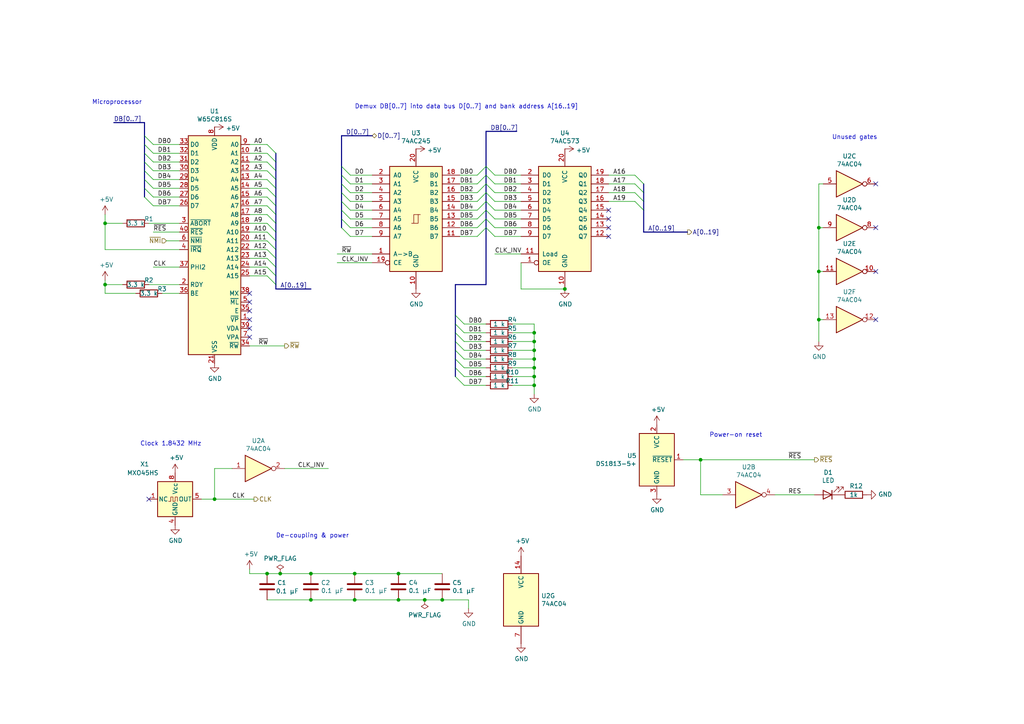
<source format=kicad_sch>
(kicad_sch (version 20211123) (generator eeschema)
  (paper "A4")
  (lib_symbols
    (symbol "Device:C" (pin_numbers hide) (pin_names (offset 0.254))
      (property "Reference" "C" (at 0.635 2.54 0))
      (property "Value" "C" (at 0.635 -2.54 0))
      (symbol "C_0_1"
        (polyline (pts (xy -2.032 -0.762) (xy 2.032 -0.762)) (stroke (width 0.508)))
        (polyline (pts (xy -2.032 0.762) (xy 2.032 0.762)) (stroke (width 0.508)))
      )
      (symbol "C_1_1"
        (pin passive line (at 0 3.81 270) (length 2.794) (name "~") (number "1"))
        (pin passive line (at 0 -3.81 90) (length 2.794) (name "~") (number "2"))
      )
    )
    (symbol "Device:LED" (pin_numbers hide) (pin_names (offset 1.016) hide)
      (property "Reference" "D" (at 0 2.54 0))
      (property "Value" "LED" (at 0 -2.54 0))
      (symbol "LED_0_1"
        (polyline (pts (xy -1.27 -1.27) (xy -1.27 1.27)) (stroke (width 0.254)))
        (polyline (pts (xy -1.27 0) (xy 1.27 0)))
        (polyline (pts (xy 1.27 -1.27) (xy 1.27 1.27) (xy -1.27 0) (xy 1.27 -1.27)) (stroke (width 0.254)))
        (polyline (pts (xy -3.048 -0.762) (xy -4.572 -2.286) (xy -3.81 -2.286) (xy -4.572 -2.286) (xy -4.572 -1.524)))
        (polyline (pts (xy -1.778 -0.762) (xy -3.302 -2.286) (xy -2.54 -2.286) (xy -3.302 -2.286) (xy -3.302 -1.524)))
      )
      (symbol "LED_1_1"
        (pin passive line (at -3.81 0 0) (length 2.54) (name "K") (number "1"))
        (pin passive line (at 3.81 0 180) (length 2.54) (name "A") (number "2"))
      )
    )
    (symbol "Device:R" (pin_numbers hide) (pin_names (offset 0))
      (property "Reference" "R" (at 2.032 0 90))
      (property "Value" "R" (at 0 0 90))
      (symbol "R_0_1"
        (rectangle (start -1.016 -2.54) (end 1.016 2.54) (stroke (width 0.254)))
      )
      (symbol "R_1_1"
        (pin passive line (at 0 3.81 270) (length 1.27) (name "~") (number "1"))
        (pin passive line (at 0 -3.81 90) (length 1.27) (name "~") (number "2"))
      )
    )
    (symbol "power:+5V" (power) (pin_names (offset 0))
      (property "Value" "+5V" (at 0 3.556 0))
      (symbol "+5V_0_1"
        (polyline (pts (xy -0.762 1.27) (xy 0 2.54)))
        (polyline (pts (xy 0 0) (xy 0 2.54)))
        (polyline (pts (xy 0 2.54) (xy 0.762 1.27)))
      )
      (symbol "+5V_1_1"
        (pin power_in line (at 0 0 90) (length 0) hide (name "+5V") (number "1"))
      )
    )
    (symbol "power:GND" (power) (pin_names (offset 0))
      (property "Value" "GND" (at 0 -3.81 0))
      (symbol "GND_0_1"
        (polyline (pts (xy 0 0) (xy 0 -1.27) (xy 1.27 -1.27) (xy 0 -2.54) (xy -1.27 -1.27) (xy 0 -1.27)))
      )
      (symbol "GND_1_1"
        (pin power_in line (at 0 0 270) (length 0) hide (name "GND") (number "1"))
      )
    )
    (symbol "power:PWR_FLAG" (power) (pin_numbers hide) (pin_names (offset 0) hide)
      (property "Value" "PWR_FLAG" (at 0 3.81 0))
      (symbol "PWR_FLAG_0_0"
        (pin power_out line (at 0 0 90) (length 0) (name "pwr") (number "1"))
      )
      (symbol "PWR_FLAG_0_1"
        (polyline (pts (xy 0 0) (xy 0 1.27) (xy -1.016 1.905) (xy 0 2.54) (xy 1.016 1.905) (xy 0 1.27)))
      )
    )
    (symbol "project:74AC04"
      (property "Reference" "U" (at 0 1.27 0))
      (property "Value" "74AC04" (at 0 -1.27 0))
      (symbol "74AC04_1_0"
        (polyline (pts (xy -3.81 3.81) (xy -3.81 -3.81) (xy 3.81 0) (xy -3.81 3.81)) (stroke (width 0.254)) (fill (type background)))
        (pin input line (at -7.62 0 0) (length 3.81) (name "~") (number "1"))
        (pin output inverted (at 7.62 0 180) (length 3.81) (name "~") (number "2"))
      )
      (symbol "74AC04_2_0"
        (polyline (pts (xy -3.81 3.81) (xy -3.81 -3.81) (xy 3.81 0) (xy -3.81 3.81)) (stroke (width 0.254)) (fill (type background)))
        (pin input line (at -7.62 0 0) (length 3.81) (name "~") (number "3"))
        (pin output inverted (at 7.62 0 180) (length 3.81) (name "~") (number "4"))
      )
      (symbol "74AC04_3_0"
        (polyline (pts (xy -3.81 3.81) (xy -3.81 -3.81) (xy 3.81 0) (xy -3.81 3.81)) (stroke (width 0.254)) (fill (type background)))
        (pin input line (at -7.62 0 0) (length 3.81) (name "~") (number "5"))
        (pin output inverted (at 7.62 0 180) (length 3.81) (name "~") (number "6"))
      )
      (symbol "74AC04_4_0"
        (polyline (pts (xy -3.81 3.81) (xy -3.81 -3.81) (xy 3.81 0) (xy -3.81 3.81)) (stroke (width 0.254)) (fill (type background)))
        (pin output inverted (at 7.62 0 180) (length 3.81) (name "~") (number "8"))
        (pin input line (at -7.62 0 0) (length 3.81) (name "~") (number "9"))
      )
      (symbol "74AC04_5_0"
        (polyline (pts (xy -3.81 3.81) (xy -3.81 -3.81) (xy 3.81 0) (xy -3.81 3.81)) (stroke (width 0.254)) (fill (type background)))
        (pin output inverted (at 7.62 0 180) (length 3.81) (name "~") (number "10"))
        (pin input line (at -7.62 0 0) (length 3.81) (name "~") (number "11"))
      )
      (symbol "74AC04_6_0"
        (polyline (pts (xy -3.81 3.81) (xy -3.81 -3.81) (xy 3.81 0) (xy -3.81 3.81)) (stroke (width 0.254)) (fill (type background)))
        (pin output inverted (at 7.62 0 180) (length 3.81) (name "~") (number "12"))
        (pin input line (at -7.62 0 0) (length 3.81) (name "~") (number "13"))
      )
      (symbol "74AC04_7_0"
        (pin power_in line (at 0 12.7 270) (length 5.08) (name "VCC") (number "14"))
        (pin power_in line (at 0 -12.7 90) (length 5.08) (name "GND") (number "7"))
      )
      (symbol "74AC04_7_1"
        (rectangle (start -5.08 7.62) (end 5.08 -7.62) (stroke (width 0.254)) (fill (type background)))
      )
    )
    (symbol "project:74AC245" (pin_names (offset 1.016))
      (property "Reference" "U" (at -7.62 16.51 0))
      (property "Value" "74AC245" (at -7.62 -16.51 0))
      (symbol "74AC245_1_0"
        (polyline (pts (xy -0.635 -1.27) (xy -0.635 1.27) (xy 0.635 1.27)))
        (polyline (pts (xy -1.27 -1.27) (xy 0.635 -1.27) (xy 0.635 1.27) (xy 1.27 1.27)))
        (pin input line (at -12.7 -10.16 0) (length 5.08) (name "A->B") (number "1"))
        (pin power_in line (at 0 -20.32 90) (length 5.08) (name "GND") (number "10"))
        (pin tri_state line (at 12.7 -5.08 180) (length 5.08) (name "B7") (number "11"))
        (pin tri_state line (at 12.7 -2.54 180) (length 5.08) (name "B6") (number "12"))
        (pin tri_state line (at 12.7 0 180) (length 5.08) (name "B5") (number "13"))
        (pin tri_state line (at 12.7 2.54 180) (length 5.08) (name "B4") (number "14"))
        (pin tri_state line (at 12.7 5.08 180) (length 5.08) (name "B3") (number "15"))
        (pin tri_state line (at 12.7 7.62 180) (length 5.08) (name "B2") (number "16"))
        (pin tri_state line (at 12.7 10.16 180) (length 5.08) (name "B1") (number "17"))
        (pin tri_state line (at 12.7 12.7 180) (length 5.08) (name "B0") (number "18"))
        (pin input inverted (at -12.7 -12.7 0) (length 5.08) (name "CE") (number "19"))
        (pin tri_state line (at -12.7 12.7 0) (length 5.08) (name "A0") (number "2"))
        (pin power_in line (at 0 20.32 270) (length 5.08) (name "VCC") (number "20"))
        (pin tri_state line (at -12.7 10.16 0) (length 5.08) (name "A1") (number "3"))
        (pin tri_state line (at -12.7 7.62 0) (length 5.08) (name "A2") (number "4"))
        (pin tri_state line (at -12.7 5.08 0) (length 5.08) (name "A3") (number "5"))
        (pin tri_state line (at -12.7 2.54 0) (length 5.08) (name "A4") (number "6"))
        (pin tri_state line (at -12.7 0 0) (length 5.08) (name "A5") (number "7"))
        (pin tri_state line (at -12.7 -2.54 0) (length 5.08) (name "A6") (number "8"))
        (pin tri_state line (at -12.7 -5.08 0) (length 5.08) (name "A7") (number "9"))
      )
      (symbol "74AC245_1_1"
        (rectangle (start -7.62 15.24) (end 7.62 -15.24) (stroke (width 0.254)) (fill (type background)))
      )
    )
    (symbol "project:74AC573" (pin_names (offset 1.016))
      (property "Reference" "U" (at -7.62 16.51 0))
      (property "Value" "74AC573" (at -7.62 -16.51 0))
      (symbol "74AC573_1_0"
        (pin input inverted (at -12.7 -12.7 0) (length 5.08) (name "OE") (number "1"))
        (pin power_in line (at 0 -20.32 90) (length 5.08) (name "GND") (number "10"))
        (pin input line (at -12.7 -10.16 0) (length 5.08) (name "Load") (number "11"))
        (pin tri_state line (at 12.7 -5.08 180) (length 5.08) (name "Q7") (number "12"))
        (pin tri_state line (at 12.7 -2.54 180) (length 5.08) (name "Q6") (number "13"))
        (pin tri_state line (at 12.7 0 180) (length 5.08) (name "Q5") (number "14"))
        (pin tri_state line (at 12.7 2.54 180) (length 5.08) (name "Q4") (number "15"))
        (pin tri_state line (at 12.7 5.08 180) (length 5.08) (name "Q3") (number "16"))
        (pin tri_state line (at 12.7 7.62 180) (length 5.08) (name "Q2") (number "17"))
        (pin tri_state line (at 12.7 10.16 180) (length 5.08) (name "Q1") (number "18"))
        (pin tri_state line (at 12.7 12.7 180) (length 5.08) (name "Q0") (number "19"))
        (pin input line (at -12.7 12.7 0) (length 5.08) (name "D0") (number "2"))
        (pin power_in line (at 0 20.32 270) (length 5.08) (name "VCC") (number "20"))
        (pin input line (at -12.7 10.16 0) (length 5.08) (name "D1") (number "3"))
        (pin input line (at -12.7 7.62 0) (length 5.08) (name "D2") (number "4"))
        (pin input line (at -12.7 5.08 0) (length 5.08) (name "D3") (number "5"))
        (pin input line (at -12.7 2.54 0) (length 5.08) (name "D4") (number "6"))
        (pin input line (at -12.7 0 0) (length 5.08) (name "D5") (number "7"))
        (pin input line (at -12.7 -2.54 0) (length 5.08) (name "D6") (number "8"))
        (pin input line (at -12.7 -5.08 0) (length 5.08) (name "D7") (number "9"))
      )
      (symbol "74AC573_1_1"
        (rectangle (start -7.62 15.24) (end 7.62 -15.24) (stroke (width 0.254)) (fill (type background)))
      )
    )
    (symbol "project:DS1813-5+"
      (property "Reference" "U" (at 2.54 12.7 0))
      (property "Value" "DS1813-5+" (at 5.08 10.16 0))
      (symbol "DS1813-5+_0_1"
        (rectangle (start 5.08 7.62) (end -5.08 -7.62) (stroke (width 0.254)) (fill (type background)))
      )
      (symbol "DS1813-5+_1_1"
        (pin output line (at 7.62 0 180) (length 2.54) (name "~{RESET}") (number "1"))
        (pin power_in line (at 0 10.16 270) (length 2.54) (name "VCC") (number "2"))
        (pin power_in line (at 0 -10.16 90) (length 2.54) (name "GND") (number "3"))
      )
    )
    (symbol "project:MXO45HS" (pin_names (offset 0.254))
      (property "Reference" "X" (at -5.08 6.35 0))
      (property "Value" "MXO45HS" (at 1.27 -6.35 0))
      (symbol "MXO45HS_0_1"
        (rectangle (start -5.08 5.08) (end 5.08 -5.08) (stroke (width 0.254)) (fill (type background)))
        (polyline (pts (xy -1.905 -0.635) (xy -1.27 -0.635) (xy -1.27 0.635) (xy -0.635 0.635) (xy -0.635 -0.635) (xy 0 -0.635) (xy 0 0.635) (xy 0.635 0.635) (xy 0.635 -0.635)))
      )
      (symbol "MXO45HS_1_1"
        (pin input line (at -7.62 0 0) (length 2.54) (name "NC") (number "1"))
        (pin power_in line (at 0 -7.62 90) (length 2.54) (name "GND") (number "4"))
        (pin output line (at 7.62 0 180) (length 2.54) (name "OUT") (number "5"))
        (pin power_in line (at 0 7.62 270) (length 2.54) (name "Vcc") (number "8"))
      )
    )
    (symbol "project:W65C816S"
      (property "Reference" "U" (at -7.62 31.75 0))
      (property "Value" "W65C816S" (at 2.54 -35.56 0))
      (symbol "W65C816S_0_0"
        (pin output line (at 10.16 -22.86 180) (length 2.54) (name "~{VP}") (number "1"))
        (pin bidirectional line (at -10.16 -12.7 0) (length 2.54) (name "RDY") (number "2"))
        (pin output line (at 10.16 -10.16 180) (length 2.54) (name "A15") (number "25"))
        (pin input line (at -10.16 5.08 0) (length 2.54) (name "~{ABORT}") (number "3"))
        (pin input line (at -10.16 -7.62 0) (length 2.54) (name "PHI2") (number "37"))
        (pin output line (at 10.16 -15.24 180) (length 2.54) (name "MX") (number "38"))
        (pin output line (at 10.16 -25.4 180) (length 2.54) (name "VDA") (number "39"))
        (pin input line (at -10.16 -2.54 0) (length 2.54) (name "~{IRQ}") (number "4"))
        (pin input line (at -10.16 2.54 0) (length 2.54) (name "~{RES}") (number "40"))
        (pin output line (at 10.16 -17.78 180) (length 2.54) (name "~{ML}") (number "5"))
        (pin input line (at -10.16 0 0) (length 2.54) (name "~{NMI}") (number "6"))
        (pin output line (at 10.16 -27.94 180) (length 2.54) (name "VPA") (number "7"))
      )
      (symbol "W65C816S_0_1"
        (rectangle (start -7.62 30.48) (end 7.62 -33.02) (stroke (width 0.254)) (fill (type background)))
      )
      (symbol "W65C816S_1_1"
        (pin output line (at 10.16 25.4 180) (length 2.54) (name "A1") (number "10"))
        (pin output line (at 10.16 22.86 180) (length 2.54) (name "A2") (number "11"))
        (pin output line (at 10.16 20.32 180) (length 2.54) (name "A3") (number "12"))
        (pin output line (at 10.16 17.78 180) (length 2.54) (name "A4") (number "13"))
        (pin output line (at 10.16 15.24 180) (length 2.54) (name "A5") (number "14"))
        (pin output line (at 10.16 12.7 180) (length 2.54) (name "A6") (number "15"))
        (pin output line (at 10.16 10.16 180) (length 2.54) (name "A7") (number "16"))
        (pin output line (at 10.16 7.62 180) (length 2.54) (name "A8") (number "17"))
        (pin output line (at 10.16 5.08 180) (length 2.54) (name "A9") (number "18"))
        (pin output line (at 10.16 2.54 180) (length 2.54) (name "A10") (number "19"))
        (pin output line (at 10.16 0 180) (length 2.54) (name "A11") (number "20"))
        (pin power_in line (at 0 -35.56 90) (length 2.54) (name "VSS") (number "21"))
        (pin output line (at 10.16 -2.54 180) (length 2.54) (name "A12") (number "22"))
        (pin output line (at 10.16 -5.08 180) (length 2.54) (name "A13") (number "23"))
        (pin output line (at 10.16 -7.62 180) (length 2.54) (name "A14") (number "24"))
        (pin tri_state line (at -10.16 10.16 0) (length 2.54) (name "D7") (number "26"))
        (pin tri_state line (at -10.16 12.7 0) (length 2.54) (name "D6") (number "27"))
        (pin tri_state line (at -10.16 15.24 0) (length 2.54) (name "D5") (number "28"))
        (pin tri_state line (at -10.16 17.78 0) (length 2.54) (name "D4") (number "29"))
        (pin tri_state line (at -10.16 20.32 0) (length 2.54) (name "D3") (number "30"))
        (pin tri_state line (at -10.16 22.86 0) (length 2.54) (name "D2") (number "31"))
        (pin tri_state line (at -10.16 25.4 0) (length 2.54) (name "D1") (number "32"))
        (pin tri_state line (at -10.16 27.94 0) (length 2.54) (name "D0") (number "33"))
        (pin output line (at 10.16 -30.48 180) (length 2.54) (name "~{RW}") (number "34"))
        (pin output line (at 10.16 -20.32 180) (length 2.54) (name "E") (number "35"))
        (pin input line (at -10.16 -15.24 0) (length 2.54) (name "BE") (number "36"))
        (pin power_in line (at 0 33.02 270) (length 2.54) (name "VDD") (number "8"))
        (pin output line (at 10.16 27.94 180) (length 2.54) (name "A0") (number "9"))
      )
    )
  )
  (junction (at 154.94 96.52))
  (junction (at 154.94 111.76))
  (junction (at 237.49 92.71))
  (junction (at 115.57 166.37))
  (junction (at 81.28 166.37))
  (junction (at 154.94 101.6))
  (junction (at 237.49 66.04))
  (junction (at 154.94 106.68))
  (junction (at 30.48 64.77))
  (junction (at 77.47 166.37))
  (junction (at 30.48 82.55))
  (junction (at 90.17 166.37))
  (junction (at 203.2 133.35))
  (junction (at 115.57 173.99))
  (junction (at 62.23 144.78))
  (junction (at 123.19 173.99))
  (junction (at 154.94 109.22))
  (junction (at 102.87 173.99))
  (junction (at 237.49 78.74))
  (junction (at 90.17 173.99))
  (junction (at 102.87 166.37))
  (junction (at 163.83 83.82))
  (junction (at 154.94 99.06))
  (junction (at 154.94 104.14))
  (junction (at 128.27 173.99))
  (no_connect (at 176.53 68.58))
  (no_connect (at 72.39 87.63))
  (no_connect (at 72.39 90.17))
  (no_connect (at 72.39 92.71))
  (no_connect (at 254 66.04))
  (no_connect (at 72.39 97.79))
  (no_connect (at 176.53 66.04))
  (no_connect (at 254 53.34))
  (no_connect (at 254 78.74))
  (no_connect (at 254 92.71))
  (no_connect (at 176.53 63.5))
  (no_connect (at 72.39 95.25))
  (no_connect (at 72.39 85.09))
  (no_connect (at 176.53 60.96))
  (no_connect (at 43.18 144.78))
  (bus_entry (at 132.08 106.68) (size 2.54 2.54))
  (bus_entry (at 132.08 99.06) (size 2.54 2.54))
  (bus_entry (at 77.47 46.99) (size 2.54 2.54))
  (bus_entry (at 138.43 60.96) (size 2.54 -2.54))
  (bus_entry (at 99.06 63.5) (size 2.54 2.54))
  (bus_entry (at 77.47 44.45) (size 2.54 2.54))
  (bus_entry (at 77.47 80.01) (size 2.54 2.54))
  (bus_entry (at 99.06 66.04) (size 2.54 2.54))
  (bus_entry (at 77.47 52.07) (size 2.54 2.54))
  (bus_entry (at 99.06 48.26) (size 2.54 2.54))
  (bus_entry (at 132.08 101.6) (size 2.54 2.54))
  (bus_entry (at 77.47 59.69) (size 2.54 2.54))
  (bus_entry (at 140.97 53.34) (size 2.54 2.54))
  (bus_entry (at 132.08 93.98) (size 2.54 2.54))
  (bus_entry (at 140.97 63.5) (size 2.54 2.54))
  (bus_entry (at 184.15 50.8) (size 2.54 2.54))
  (bus_entry (at 132.08 91.44) (size 2.54 2.54))
  (bus_entry (at 77.47 57.15) (size 2.54 2.54))
  (bus_entry (at 132.08 109.22) (size 2.54 2.54))
  (bus_entry (at 41.91 57.15) (size 2.54 2.54))
  (bus_entry (at 41.91 52.07) (size 2.54 2.54))
  (bus_entry (at 77.47 74.93) (size 2.54 2.54))
  (bus_entry (at 138.43 55.88) (size 2.54 -2.54))
  (bus_entry (at 138.43 53.34) (size 2.54 -2.54))
  (bus_entry (at 140.97 48.26) (size 2.54 2.54))
  (bus_entry (at 138.43 63.5) (size 2.54 -2.54))
  (bus_entry (at 99.06 53.34) (size 2.54 2.54))
  (bus_entry (at 184.15 53.34) (size 2.54 2.54))
  (bus_entry (at 132.08 96.52) (size 2.54 2.54))
  (bus_entry (at 77.47 72.39) (size 2.54 2.54))
  (bus_entry (at 99.06 60.96) (size 2.54 2.54))
  (bus_entry (at 138.43 66.04) (size 2.54 -2.54))
  (bus_entry (at 41.91 39.37) (size 2.54 2.54))
  (bus_entry (at 140.97 55.88) (size 2.54 2.54))
  (bus_entry (at 77.47 62.23) (size 2.54 2.54))
  (bus_entry (at 132.08 104.14) (size 2.54 2.54))
  (bus_entry (at 41.91 44.45) (size 2.54 2.54))
  (bus_entry (at 77.47 49.53) (size 2.54 2.54))
  (bus_entry (at 41.91 46.99) (size 2.54 2.54))
  (bus_entry (at 184.15 58.42) (size 2.54 2.54))
  (bus_entry (at 184.15 55.88) (size 2.54 2.54))
  (bus_entry (at 77.47 64.77) (size 2.54 2.54))
  (bus_entry (at 140.97 60.96) (size 2.54 2.54))
  (bus_entry (at 77.47 54.61) (size 2.54 2.54))
  (bus_entry (at 140.97 58.42) (size 2.54 2.54))
  (bus_entry (at 77.47 69.85) (size 2.54 2.54))
  (bus_entry (at 77.47 77.47) (size 2.54 2.54))
  (bus_entry (at 77.47 41.91) (size 2.54 2.54))
  (bus_entry (at 138.43 50.8) (size 2.54 -2.54))
  (bus_entry (at 41.91 49.53) (size 2.54 2.54))
  (bus_entry (at 140.97 66.04) (size 2.54 2.54))
  (bus_entry (at 99.06 58.42) (size 2.54 2.54))
  (bus_entry (at 99.06 55.88) (size 2.54 2.54))
  (bus_entry (at 41.91 54.61) (size 2.54 2.54))
  (bus_entry (at 99.06 50.8) (size 2.54 2.54))
  (bus_entry (at 41.91 41.91) (size 2.54 2.54))
  (bus_entry (at 138.43 68.58) (size 2.54 -2.54))
  (bus_entry (at 138.43 58.42) (size 2.54 -2.54))
  (bus_entry (at 140.97 50.8) (size 2.54 2.54))
  (bus_entry (at 77.47 67.31) (size 2.54 2.54))
  (wire (pts (xy 176.53 55.88) (xy 184.15 55.88)))
  (wire (pts (xy 77.47 166.37) (xy 72.39 166.37)))
  (wire (pts (xy 82.55 135.89) (xy 95.25 135.89)))
  (wire (pts (xy 44.45 41.91) (xy 52.07 41.91)))
  (wire (pts (xy 154.94 104.14) (xy 154.94 106.68)))
  (bus (pts (xy 99.06 39.37) (xy 107.95 39.37)))
  (bus (pts (xy 80.01 44.45) (xy 80.01 46.99)))
  (wire (pts (xy 134.62 101.6) (xy 140.97 101.6)))
  (wire (pts (xy 133.35 60.96) (xy 138.43 60.96)))
  (wire (pts (xy 44.45 52.07) (xy 52.07 52.07)))
  (wire (pts (xy 72.39 57.15) (xy 77.47 57.15)))
  (wire (pts (xy 30.48 62.23) (xy 30.48 64.77)))
  (wire (pts (xy 151.13 83.82) (xy 163.83 83.82)))
  (wire (pts (xy 148.59 96.52) (xy 154.94 96.52)))
  (wire (pts (xy 72.39 67.31) (xy 77.47 67.31)))
  (bus (pts (xy 132.08 104.14) (xy 132.08 106.68)))
  (wire (pts (xy 237.49 66.04) (xy 238.76 66.04)))
  (wire (pts (xy 128.27 173.99) (xy 135.89 173.99)))
  (bus (pts (xy 140.97 63.5) (xy 140.97 66.04)))
  (wire (pts (xy 237.49 92.71) (xy 238.76 92.71)))
  (wire (pts (xy 81.28 166.37) (xy 77.47 166.37)))
  (bus (pts (xy 140.97 82.55) (xy 132.08 82.55)))
  (wire (pts (xy 72.39 100.33) (xy 82.55 100.33)))
  (wire (pts (xy 134.62 99.06) (xy 140.97 99.06)))
  (wire (pts (xy 203.2 143.51) (xy 209.55 143.51)))
  (wire (pts (xy 44.45 59.69) (xy 52.07 59.69)))
  (bus (pts (xy 132.08 101.6) (xy 132.08 104.14)))
  (wire (pts (xy 72.39 52.07) (xy 77.47 52.07)))
  (wire (pts (xy 148.59 104.14) (xy 154.94 104.14)))
  (wire (pts (xy 237.49 78.74) (xy 237.49 66.04)))
  (wire (pts (xy 115.57 173.99) (xy 123.19 173.99)))
  (wire (pts (xy 176.53 50.8) (xy 184.15 50.8)))
  (bus (pts (xy 80.01 74.93) (xy 80.01 77.47)))
  (bus (pts (xy 80.01 52.07) (xy 80.01 54.61)))
  (bus (pts (xy 132.08 93.98) (xy 132.08 96.52)))
  (wire (pts (xy 135.89 173.99) (xy 135.89 176.53)))
  (wire (pts (xy 48.26 69.85) (xy 52.07 69.85)))
  (wire (pts (xy 62.23 144.78) (xy 62.23 135.89)))
  (bus (pts (xy 99.06 48.26) (xy 99.06 50.8)))
  (wire (pts (xy 72.39 44.45) (xy 77.47 44.45)))
  (wire (pts (xy 134.62 111.76) (xy 140.97 111.76)))
  (bus (pts (xy 132.08 99.06) (xy 132.08 101.6)))
  (wire (pts (xy 102.87 173.99) (xy 115.57 173.99)))
  (wire (pts (xy 224.79 143.51) (xy 236.22 143.51)))
  (wire (pts (xy 237.49 78.74) (xy 238.76 78.74)))
  (bus (pts (xy 41.91 39.37) (xy 41.91 41.91)))
  (wire (pts (xy 44.45 44.45) (xy 52.07 44.45)))
  (bus (pts (xy 186.69 58.42) (xy 186.69 60.96)))
  (bus (pts (xy 80.01 69.85) (xy 80.01 72.39)))
  (wire (pts (xy 72.39 80.01) (xy 77.47 80.01)))
  (wire (pts (xy 133.35 66.04) (xy 138.43 66.04)))
  (bus (pts (xy 140.97 50.8) (xy 140.97 53.34)))
  (bus (pts (xy 80.01 83.82) (xy 90.17 83.82)))
  (bus (pts (xy 132.08 106.68) (xy 132.08 109.22)))
  (wire (pts (xy 30.48 82.55) (xy 35.56 82.55)))
  (wire (pts (xy 72.39 59.69) (xy 77.47 59.69)))
  (wire (pts (xy 154.94 106.68) (xy 154.94 109.22)))
  (wire (pts (xy 151.13 76.2) (xy 151.13 83.82)))
  (wire (pts (xy 237.49 92.71) (xy 237.49 78.74)))
  (wire (pts (xy 143.51 55.88) (xy 151.13 55.88)))
  (wire (pts (xy 77.47 173.99) (xy 90.17 173.99)))
  (wire (pts (xy 58.42 144.78) (xy 62.23 144.78)))
  (bus (pts (xy 99.06 50.8) (xy 99.06 53.34)))
  (wire (pts (xy 101.6 50.8) (xy 107.95 50.8)))
  (bus (pts (xy 140.97 53.34) (xy 140.97 55.88)))
  (wire (pts (xy 115.57 166.37) (xy 102.87 166.37)))
  (bus (pts (xy 99.06 63.5) (xy 99.06 66.04)))
  (wire (pts (xy 43.18 64.77) (xy 52.07 64.77)))
  (wire (pts (xy 237.49 66.04) (xy 237.49 53.34)))
  (bus (pts (xy 140.97 48.26) (xy 140.97 50.8)))
  (wire (pts (xy 134.62 104.14) (xy 140.97 104.14)))
  (bus (pts (xy 41.91 35.56) (xy 41.91 39.37)))
  (wire (pts (xy 101.6 60.96) (xy 107.95 60.96)))
  (wire (pts (xy 143.51 66.04) (xy 151.13 66.04)))
  (wire (pts (xy 203.2 133.35) (xy 236.22 133.35)))
  (wire (pts (xy 44.45 54.61) (xy 52.07 54.61)))
  (bus (pts (xy 140.97 66.04) (xy 140.97 82.55)))
  (wire (pts (xy 134.62 93.98) (xy 140.97 93.98)))
  (wire (pts (xy 44.45 49.53) (xy 52.07 49.53)))
  (wire (pts (xy 72.39 72.39) (xy 77.47 72.39)))
  (wire (pts (xy 72.39 64.77) (xy 77.47 64.77)))
  (wire (pts (xy 52.07 72.39) (xy 30.48 72.39)))
  (bus (pts (xy 132.08 82.55) (xy 132.08 91.44)))
  (wire (pts (xy 198.12 133.35) (xy 203.2 133.35)))
  (wire (pts (xy 115.57 166.37) (xy 128.27 166.37)))
  (wire (pts (xy 237.49 99.06) (xy 237.49 92.71)))
  (bus (pts (xy 99.06 55.88) (xy 99.06 58.42)))
  (bus (pts (xy 80.01 49.53) (xy 80.01 52.07)))
  (bus (pts (xy 80.01 54.61) (xy 80.01 57.15)))
  (wire (pts (xy 148.59 99.06) (xy 154.94 99.06)))
  (bus (pts (xy 80.01 72.39) (xy 80.01 74.93)))
  (bus (pts (xy 41.91 46.99) (xy 41.91 49.53)))
  (wire (pts (xy 72.39 49.53) (xy 77.47 49.53)))
  (wire (pts (xy 143.51 58.42) (xy 151.13 58.42)))
  (bus (pts (xy 132.08 96.52) (xy 132.08 99.06)))
  (wire (pts (xy 134.62 96.52) (xy 140.97 96.52)))
  (bus (pts (xy 80.01 57.15) (xy 80.01 59.69)))
  (wire (pts (xy 44.45 46.99) (xy 52.07 46.99)))
  (wire (pts (xy 148.59 111.76) (xy 154.94 111.76)))
  (wire (pts (xy 133.35 50.8) (xy 138.43 50.8)))
  (wire (pts (xy 203.2 133.35) (xy 203.2 143.51)))
  (wire (pts (xy 176.53 58.42) (xy 184.15 58.42)))
  (bus (pts (xy 80.01 64.77) (xy 80.01 67.31)))
  (bus (pts (xy 41.91 49.53) (xy 41.91 52.07)))
  (wire (pts (xy 143.51 60.96) (xy 151.13 60.96)))
  (wire (pts (xy 143.51 53.34) (xy 151.13 53.34)))
  (wire (pts (xy 101.6 66.04) (xy 107.95 66.04)))
  (wire (pts (xy 30.48 64.77) (xy 30.48 72.39)))
  (wire (pts (xy 72.39 46.99) (xy 77.47 46.99)))
  (wire (pts (xy 72.39 69.85) (xy 77.47 69.85)))
  (wire (pts (xy 133.35 58.42) (xy 138.43 58.42)))
  (wire (pts (xy 72.39 62.23) (xy 77.47 62.23)))
  (wire (pts (xy 97.79 73.66) (xy 107.95 73.66)))
  (wire (pts (xy 133.35 55.88) (xy 138.43 55.88)))
  (bus (pts (xy 99.06 39.37) (xy 99.06 48.26)))
  (wire (pts (xy 72.39 41.91) (xy 77.47 41.91)))
  (bus (pts (xy 80.01 46.99) (xy 80.01 49.53)))
  (wire (pts (xy 154.94 99.06) (xy 154.94 101.6)))
  (bus (pts (xy 132.08 91.44) (xy 132.08 93.98)))
  (wire (pts (xy 237.49 53.34) (xy 238.76 53.34)))
  (wire (pts (xy 101.6 53.34) (xy 107.95 53.34)))
  (wire (pts (xy 123.19 173.99) (xy 128.27 173.99)))
  (wire (pts (xy 154.94 96.52) (xy 154.94 99.06)))
  (wire (pts (xy 148.59 93.98) (xy 154.94 93.98)))
  (bus (pts (xy 140.97 38.1) (xy 149.86 38.1)))
  (bus (pts (xy 80.01 82.55) (xy 80.01 83.82)))
  (wire (pts (xy 154.94 101.6) (xy 154.94 104.14)))
  (wire (pts (xy 148.59 106.68) (xy 154.94 106.68)))
  (bus (pts (xy 140.97 55.88) (xy 140.97 58.42)))
  (bus (pts (xy 186.69 55.88) (xy 186.69 58.42)))
  (bus (pts (xy 80.01 62.23) (xy 80.01 64.77)))
  (wire (pts (xy 133.35 68.58) (xy 138.43 68.58)))
  (wire (pts (xy 143.51 68.58) (xy 151.13 68.58)))
  (bus (pts (xy 186.69 67.31) (xy 199.39 67.31)))
  (bus (pts (xy 41.91 44.45) (xy 41.91 46.99)))
  (wire (pts (xy 101.6 63.5) (xy 107.95 63.5)))
  (bus (pts (xy 80.01 80.01) (xy 80.01 82.55)))
  (bus (pts (xy 41.91 52.07) (xy 41.91 54.61)))
  (bus (pts (xy 186.69 60.96) (xy 186.69 67.31)))
  (wire (pts (xy 43.18 82.55) (xy 52.07 82.55)))
  (bus (pts (xy 99.06 53.34) (xy 99.06 55.88)))
  (bus (pts (xy 80.01 59.69) (xy 80.01 62.23)))
  (wire (pts (xy 62.23 135.89) (xy 67.31 135.89)))
  (wire (pts (xy 44.45 67.31) (xy 52.07 67.31)))
  (wire (pts (xy 133.35 63.5) (xy 138.43 63.5)))
  (bus (pts (xy 80.01 77.47) (xy 80.01 80.01)))
  (wire (pts (xy 176.53 53.34) (xy 184.15 53.34)))
  (wire (pts (xy 134.62 109.22) (xy 140.97 109.22)))
  (bus (pts (xy 99.06 58.42) (xy 99.06 60.96)))
  (wire (pts (xy 30.48 85.09) (xy 39.37 85.09)))
  (wire (pts (xy 148.59 101.6) (xy 154.94 101.6)))
  (wire (pts (xy 44.45 77.47) (xy 52.07 77.47)))
  (bus (pts (xy 41.91 54.61) (xy 41.91 57.15)))
  (wire (pts (xy 97.79 76.2) (xy 107.95 76.2)))
  (wire (pts (xy 154.94 111.76) (xy 154.94 114.3)))
  (wire (pts (xy 143.51 63.5) (xy 151.13 63.5)))
  (wire (pts (xy 154.94 93.98) (xy 154.94 96.52)))
  (bus (pts (xy 140.97 58.42) (xy 140.97 60.96)))
  (wire (pts (xy 154.94 109.22) (xy 154.94 111.76)))
  (wire (pts (xy 30.48 64.77) (xy 35.56 64.77)))
  (wire (pts (xy 101.6 68.58) (xy 107.95 68.58)))
  (wire (pts (xy 134.62 106.68) (xy 140.97 106.68)))
  (bus (pts (xy 80.01 67.31) (xy 80.01 69.85)))
  (wire (pts (xy 72.39 77.47) (xy 77.47 77.47)))
  (wire (pts (xy 30.48 81.28) (xy 30.48 82.55)))
  (wire (pts (xy 30.48 82.55) (xy 30.48 85.09)))
  (wire (pts (xy 62.23 144.78) (xy 73.66 144.78)))
  (wire (pts (xy 101.6 58.42) (xy 107.95 58.42)))
  (wire (pts (xy 72.39 74.93) (xy 77.47 74.93)))
  (bus (pts (xy 140.97 38.1) (xy 140.97 48.26)))
  (bus (pts (xy 99.06 60.96) (xy 99.06 63.5)))
  (wire (pts (xy 90.17 166.37) (xy 102.87 166.37)))
  (wire (pts (xy 72.39 166.37) (xy 72.39 165.1)))
  (wire (pts (xy 143.51 50.8) (xy 151.13 50.8)))
  (wire (pts (xy 148.59 109.22) (xy 154.94 109.22)))
  (bus (pts (xy 140.97 60.96) (xy 140.97 63.5)))
  (wire (pts (xy 90.17 166.37) (xy 81.28 166.37)))
  (bus (pts (xy 186.69 53.34) (xy 186.69 55.88)))
  (wire (pts (xy 90.17 173.99) (xy 102.87 173.99)))
  (wire (pts (xy 46.99 85.09) (xy 52.07 85.09)))
  (wire (pts (xy 72.39 54.61) (xy 77.47 54.61)))
  (wire (pts (xy 101.6 55.88) (xy 107.95 55.88)))
  (bus (pts (xy 41.91 35.56) (xy 33.02 35.56)))
  (wire (pts (xy 133.35 53.34) (xy 138.43 53.34)))
  (bus (pts (xy 41.91 41.91) (xy 41.91 44.45)))
  (wire (pts (xy 44.45 57.15) (xy 52.07 57.15)))
  (wire (pts (xy 151.13 73.66) (xy 143.51 73.66)))
  (text "Microprocessor" (at 26.67 30.48 0) (effects (font (size 1.27 1.27)) (justify left bottom)))
  (text "Unused gates" (at 241.3 40.64 0) (effects (font (size 1.27 1.27)) (justify left bottom)))
  (text "Clock 1.8432 MHz" (at 40.64 129.54 0) (effects (font (size 1.27 1.27)) (justify left bottom)))
  (text "Demux DB[0..7] into data bus D[0..7] and bank address A[16..19]" (at 102.87 31.75 0) (effects (font (size 1.27 1.27)) (justify left bottom)))
  (text "De-coupling & power" (at 80.01 156.21 0) (effects (font (size 1.27 1.27)) (justify left bottom)))
  (text "Power-on reset" (at 205.74 127 0) (effects (font (size 1.27 1.27)) (justify left bottom)))
  (label "DB4" (at 45.72 52.07 0))
  (label "DB5" (at 45.72 54.61 0))
  (label "DB2" (at 146.05 55.88 0))
  (label "DB1" (at 146.05 53.34 0))
  (label "D2" (at 102.87 55.88 0))
  (label "DB6" (at 135.89 109.22 0))
  (label "D7" (at 102.87 68.58 0))
  (label "DB7" (at 135.89 111.76 0))
  (label "DB1" (at 135.89 96.52 0))
  (label "DB3" (at 45.72 49.53 0))
  (label "RES" (at 228.6 143.51 0))
  (label "~{RW}" (at 99.06 73.66 0))
  (label "D6" (at 102.87 66.04 0))
  (label "A10" (at 73.66 67.31 0))
  (label "CLK_INV" (at 143.51 73.66 0))
  (label "DB6" (at 146.05 66.04 0))
  (label "DB3" (at 135.89 101.6 0))
  (label "DB4" (at 146.05 60.96 0))
  (label "~{RW}" (at 74.93 100.33 0))
  (label "DB3" (at 133.35 58.42 0))
  (label "A1" (at 73.66 44.45 0))
  (label "D0" (at 102.87 50.8 0))
  (label "DB1" (at 45.72 44.45 0))
  (label "A9" (at 73.66 64.77 0))
  (label "A11" (at 73.66 69.85 0))
  (label "CLK" (at 44.45 77.47 0))
  (label "A14" (at 73.66 77.47 0))
  (label "A16" (at 177.8 50.8 0))
  (label "DB0" (at 45.72 41.91 0))
  (label "CLK" (at 67.31 144.78 0))
  (label "DB0" (at 135.89 93.98 0))
  (label "D1" (at 102.87 53.34 0))
  (label "A18" (at 177.8 55.88 0))
  (label "A4" (at 73.66 52.07 0))
  (label "A17" (at 177.8 53.34 0))
  (label "A8" (at 73.66 62.23 0))
  (label "DB3" (at 146.05 58.42 0))
  (label "DB[0..7]" (at 142.24 38.1 0))
  (label "D5" (at 102.87 63.5 0))
  (label "A7" (at 73.66 59.69 0))
  (label "DB0" (at 133.35 50.8 0))
  (label "A12" (at 73.66 72.39 0))
  (label "A6" (at 73.66 57.15 0))
  (label "DB5" (at 133.35 63.5 0))
  (label "DB4" (at 133.35 60.96 0))
  (label "D[0..7]" (at 100.33 39.37 0))
  (label "DB5" (at 135.89 106.68 0))
  (label "A0" (at 73.66 41.91 0))
  (label "DB7" (at 133.35 68.58 0))
  (label "A3" (at 73.66 49.53 0))
  (label "DB2" (at 45.72 46.99 0))
  (label "DB4" (at 135.89 104.14 0))
  (label "DB5" (at 146.05 63.5 0))
  (label "DB6" (at 45.72 57.15 0))
  (label "DB[0..7]" (at 33.02 35.56 0))
  (label "A13" (at 73.66 74.93 0))
  (label "DB7" (at 45.72 59.69 0))
  (label "DB6" (at 133.35 66.04 0))
  (label "CLK_INV" (at 86.36 135.89 0))
  (label "A2" (at 73.66 46.99 0))
  (label "~{RES}" (at 228.6 133.35 0))
  (label "A15" (at 73.66 80.01 0))
  (label "~{RES}" (at 44.45 67.31 0))
  (label "A5" (at 73.66 54.61 0))
  (label "DB0" (at 146.05 50.8 0))
  (label "A[0..19]" (at 81.28 83.82 0))
  (label "A19" (at 177.8 58.42 0))
  (label "A[0..19]" (at 187.96 67.31 0))
  (label "D4" (at 102.87 60.96 0))
  (label "DB1" (at 133.35 53.34 0))
  (label "DB2" (at 135.89 99.06 0))
  (label "D3" (at 102.87 58.42 0))
  (label "DB7" (at 146.05 68.58 0))
  (label "CLK_INV" (at 99.06 76.2 0))
  (label "DB2" (at 133.35 55.88 0))
  (hierarchical_label "~{NMI}" (shape input) (at 48.26 69.85 180))
  (hierarchical_label "~{RES}" (shape output) (at 236.22 133.35 0))
  (hierarchical_label "CLK" (shape output) (at 73.66 144.78 0))
  (hierarchical_label "A[0..19]" (shape output) (at 199.39 67.31 0))
  (hierarchical_label "D[0..7]" (shape tri_state) (at 107.95 39.37 0))
  (hierarchical_label "~{RW}" (shape output) (at 82.55 100.33 0))
  (symbol (lib_id "project:W65C816S") (at 62.23 69.85 0) (unit 1)
    (property "Reference" "U1" (at 62.23 32.2326 0))
    (property "Value" "W65C816S" (at 62.23 34.544 0))
    (property "Footprint" "Package_DIP:DIP-40_W15.24mm" (effects hide))
  )
  (symbol (lib_id "project:74AC245") (at 120.65 63.5 0) (unit 1)
    (property "Reference" "U3" (at 120.65 38.5826 0))
    (property "Value" "74AC245" (at 120.65 40.894 0))
    (property "Datasheet" "http://www.ti.com/lit/gpn/sn74LS245" (effects hide))
  )
  (symbol (lib_id "project:74AC573") (at 163.83 63.5 0) (unit 1)
    (property "Reference" "U4" (at 163.83 38.5826 0))
    (property "Value" "74AC573" (at 163.83 40.894 0))
    (property "Datasheet" "74xx/74hc573.pdf" (effects hide))
  )
  (symbol (lib_id "project:MXO45HS") (at 50.8 144.78 0) (unit 1)
    (property "Reference" "X1" (at 40.64 134.62 0) (effects (justify left)))
    (property "Value" "MXO45HS" (at 36.83 137.16 0) (effects (justify left)))
    (property "Footprint" "Oscillator:Oscillator_DIP-8" (effects hide))
    (property "Datasheet" "http://cdn-reichelt.de/documents/datenblatt/B400/OSZI.pdf" (effects hide))
  )
  (symbol (lib_id "project:DS1813-5+") (at 190.5 133.35 0) (unit 1)
    (property "Reference" "U5" (at 184.658 132.1816 0) (effects (justify right)))
    (property "Value" "DS1813-5+" (at 184.658 134.493 0) (effects (justify right)))
    (property "Footprint" "Package_TO_SOT_SMD:SOT-23" (effects hide))
    (property "Datasheet" "http://www.ti.com/lit/ds/symlink/lm809.pdf" (effects hide))
  )
  (symbol (lib_id "project:74AC04") (at 74.93 135.89 0) (unit 1)
    (property "Reference" "U2" (at 74.93 127.8382 0))
    (property "Value" "74AC04" (at 74.93 130.1496 0))
    (property "Datasheet" "http://www.ti.com/lit/gpn/sn74LS04" (effects hide))
  )
  (symbol (lib_id "power:GND") (at 62.23 105.41 0) (unit 1)
    (property "Reference" "#PWR06" (effects hide))
    (property "Value" "GND" (at 62.357 109.8042 0))
  )
  (symbol (lib_id "power:+5V") (at 62.23 36.83 270) (unit 1)
    (property "Reference" "#PWR05" (effects hide))
    (property "Value" "+5V" (at 65.4812 37.211 90) (effects (justify left)))
  )
  (symbol (lib_id "power:PWR_FLAG") (at 81.28 166.37 0) (unit 1)
    (property "Reference" "#FLG01" (effects hide))
    (property "Value" "PWR_FLAG" (at 81.28 161.9758 0))
  )
  (symbol (lib_id "power:+5V") (at 50.8 137.16 0) (unit 1)
    (property "Reference" "#PWR03" (effects hide))
    (property "Value" "+5V" (at 51.181 132.7658 0))
  )
  (symbol (lib_id "power:GND") (at 50.8 152.4 0) (unit 1)
    (property "Reference" "#PWR04" (effects hide))
    (property "Value" "GND" (at 50.927 156.7942 0))
  )
  (symbol (lib_id "power:GND") (at 190.5 143.51 0) (unit 1)
    (property "Reference" "#PWR017" (effects hide))
    (property "Value" "GND" (at 190.627 147.9042 0))
  )
  (symbol (lib_id "power:GND") (at 163.83 83.82 0) (unit 1)
    (property "Reference" "#PWR015" (effects hide))
    (property "Value" "GND" (at 163.957 88.2142 0))
  )
  (symbol (lib_id "power:GND") (at 120.65 83.82 0) (unit 1)
    (property "Reference" "#PWR09" (effects hide))
    (property "Value" "GND" (at 120.777 88.2142 0))
  )
  (symbol (lib_id "power:+5V") (at 120.65 43.18 270) (unit 1)
    (property "Reference" "#PWR08" (effects hide))
    (property "Value" "+5V" (at 123.9012 43.561 90) (effects (justify left)))
  )
  (symbol (lib_id "power:+5V") (at 163.83 43.18 270) (unit 1)
    (property "Reference" "#PWR014" (effects hide))
    (property "Value" "+5V" (at 167.0812 43.561 90) (effects (justify left)))
  )
  (symbol (lib_id "power:+5V") (at 190.5 123.19 0) (unit 1)
    (property "Reference" "#PWR016" (effects hide))
    (property "Value" "+5V" (at 190.881 118.7958 0))
  )
  (symbol (lib_id "Device:R") (at 43.18 85.09 270) (unit 1)
    (property "Reference" "R3" (at 46.99 83.82 90))
    (property "Value" "3.3 k" (at 43.18 85.09 90))
  )
  (symbol (lib_id "Device:R") (at 39.37 82.55 270) (unit 1)
    (property "Reference" "R2" (at 43.18 81.28 90))
    (property "Value" "3.3 k" (at 39.37 82.55 90))
  )
  (symbol (lib_id "Device:R") (at 39.37 64.77 270) (unit 1)
    (property "Reference" "R1" (at 43.18 63.5 90))
    (property "Value" "3.3 k" (at 39.37 64.77 90))
  )
  (symbol (lib_id "power:+5V") (at 30.48 62.23 0) (unit 1)
    (property "Reference" "#PWR01" (effects hide))
    (property "Value" "+5V" (at 30.861 57.8358 0))
  )
  (symbol (lib_id "power:+5V") (at 30.48 81.28 0) (unit 1)
    (property "Reference" "#PWR02" (effects hide))
    (property "Value" "+5V" (at 30.861 76.8858 0))
  )
  (symbol (lib_id "project:74AC04") (at 217.17 143.51 0) (unit 2)
    (property "Reference" "U2" (at 217.17 135.4582 0))
    (property "Value" "74AC04" (at 217.17 137.7696 0))
    (property "Datasheet" "http://www.ti.com/lit/gpn/sn74LS04" (effects hide))
  )
  (symbol (lib_id "project:74AC04") (at 151.13 173.99 0) (unit 7)
    (property "Reference" "U2" (at 156.972 172.8216 0) (effects (justify left)))
    (property "Value" "74AC04" (at 156.972 175.133 0) (effects (justify left)))
    (property "Datasheet" "http://www.ti.com/lit/gpn/sn74LS04" (effects hide))
  )
  (symbol (lib_id "power:PWR_FLAG") (at 123.19 173.99 180) (unit 1)
    (property "Reference" "#FLG0101" (effects hide))
    (property "Value" "PWR_FLAG" (at 123.19 178.3842 0))
  )
  (symbol (lib_id "project:74AC04") (at 246.38 53.34 0) (unit 3)
    (property "Reference" "U2" (at 246.38 45.2882 0))
    (property "Value" "74AC04" (at 246.38 47.5996 0))
    (property "Datasheet" "http://www.ti.com/lit/gpn/sn74LS04" (effects hide))
  )
  (symbol (lib_id "project:74AC04") (at 246.38 66.04 0) (unit 4)
    (property "Reference" "U2" (at 246.38 57.9882 0))
    (property "Value" "74AC04" (at 246.38 60.2996 0))
    (property "Datasheet" "http://www.ti.com/lit/gpn/sn74LS04" (effects hide))
  )
  (symbol (lib_id "project:74AC04") (at 246.38 78.74 0) (unit 5)
    (property "Reference" "U2" (at 246.38 70.6882 0))
    (property "Value" "74AC04" (at 246.38 72.9996 0))
    (property "Datasheet" "http://www.ti.com/lit/gpn/sn74LS04" (effects hide))
  )
  (symbol (lib_id "project:74AC04") (at 246.38 92.71 0) (unit 6)
    (property "Reference" "U2" (at 246.38 84.6582 0))
    (property "Value" "74AC04" (at 246.38 86.9696 0))
    (property "Datasheet" "http://www.ti.com/lit/gpn/sn74LS04" (effects hide))
  )
  (symbol (lib_id "power:GND") (at 237.49 99.06 0) (unit 1)
    (property "Reference" "#PWR018" (effects hide))
    (property "Value" "GND" (at 237.617 103.4542 0))
  )
  (symbol (lib_id "Device:LED") (at 240.03 143.51 180) (unit 1)
    (property "Reference" "D1" (at 240.2078 137.033 0))
    (property "Value" "LED" (at 240.2078 139.3444 0))
  )
  (symbol (lib_id "Device:R") (at 247.65 143.51 90) (unit 1)
    (property "Reference" "R12" (at 246.38 140.97 90) (effects (justify right)))
    (property "Value" "1k" (at 246.38 143.51 90) (effects (justify right)))
  )
  (symbol (lib_id "power:GND") (at 251.46 143.51 90) (unit 1)
    (property "Reference" "#PWR019" (effects hide))
    (property "Value" "GND" (at 254.7112 143.383 90) (effects (justify right)))
  )
  (symbol (lib_id "Device:C") (at 77.47 170.18 0) (unit 1)
    (property "Reference" "C1" (at 80.391 169.0116 0) (effects (justify left)))
    (property "Value" "0.1 µF" (at 80.01 171.45 0) (effects (justify left)))
  )
  (symbol (lib_id "Device:C") (at 90.17 170.18 0) (unit 1)
    (property "Reference" "C2" (at 93.091 169.0116 0) (effects (justify left)))
    (property "Value" "0.1 µF" (at 93.091 171.323 0) (effects (justify left)))
  )
  (symbol (lib_id "Device:C") (at 102.87 170.18 0) (unit 1)
    (property "Reference" "C3" (at 105.791 169.0116 0) (effects (justify left)))
    (property "Value" "0.1 µF" (at 105.791 171.323 0) (effects (justify left)))
  )
  (symbol (lib_id "Device:C") (at 115.57 170.18 0) (unit 1)
    (property "Reference" "C4" (at 118.491 169.0116 0) (effects (justify left)))
    (property "Value" "0.1 µF" (at 118.491 171.323 0) (effects (justify left)))
  )
  (symbol (lib_id "Device:C") (at 128.27 170.18 0) (unit 1)
    (property "Reference" "C5" (at 131.191 169.0116 0) (effects (justify left)))
    (property "Value" "0.1 µF" (at 131.191 171.323 0) (effects (justify left)))
  )
  (symbol (lib_id "power:+5V") (at 72.39 165.1 0) (unit 1)
    (property "Reference" "#PWR07" (effects hide))
    (property "Value" "+5V" (at 72.771 160.7058 0))
  )
  (symbol (lib_id "power:GND") (at 135.89 176.53 0) (unit 1)
    (property "Reference" "#PWR010" (effects hide))
    (property "Value" "GND" (at 136.017 180.9242 0))
  )
  (symbol (lib_id "power:GND") (at 151.13 186.69 0) (unit 1)
    (property "Reference" "#PWR012" (effects hide))
    (property "Value" "GND" (at 151.257 191.0842 0))
  )
  (symbol (lib_id "power:+5V") (at 151.13 161.29 0) (unit 1)
    (property "Reference" "#PWR011" (effects hide))
    (property "Value" "+5V" (at 151.511 156.8958 0))
  )
  (symbol (lib_id "Device:R") (at 144.78 93.98 270) (unit 1)
    (property "Reference" "R4" (at 148.59 92.71 90))
    (property "Value" "1 k" (at 144.78 93.98 90))
  )
  (symbol (lib_id "Device:R") (at 144.78 96.52 270) (unit 1)
    (property "Reference" "R5" (at 148.59 95.25 90))
    (property "Value" "1 k" (at 144.78 96.52 90))
  )
  (symbol (lib_id "Device:R") (at 144.78 99.06 270) (unit 1)
    (property "Reference" "R6" (at 148.59 97.79 90))
    (property "Value" "1 k" (at 144.78 99.06 90))
  )
  (symbol (lib_id "Device:R") (at 144.78 101.6 270) (unit 1)
    (property "Reference" "R7" (at 148.59 100.33 90))
    (property "Value" "1 k" (at 144.78 101.6 90))
  )
  (symbol (lib_id "Device:R") (at 144.78 104.14 270) (unit 1)
    (property "Reference" "R8" (at 148.59 102.87 90))
    (property "Value" "1 k" (at 144.78 104.14 90))
  )
  (symbol (lib_id "Device:R") (at 144.78 106.68 270) (unit 1)
    (property "Reference" "R9" (at 148.59 105.41 90))
    (property "Value" "1 k" (at 144.78 106.68 90))
  )
  (symbol (lib_id "Device:R") (at 144.78 109.22 270) (unit 1)
    (property "Reference" "R10" (at 148.59 107.95 90))
    (property "Value" "1 k" (at 144.78 109.22 90))
  )
  (symbol (lib_id "Device:R") (at 144.78 111.76 270) (unit 1)
    (property "Reference" "R11" (at 148.59 110.49 90))
    (property "Value" "1 k" (at 144.78 111.76 90))
  )
  (symbol (lib_id "power:GND") (at 154.94 114.3 0) (unit 1)
    (property "Reference" "#PWR013" (effects hide))
    (property "Value" "GND" (at 155.067 118.6942 0))
  )
)
</source>
